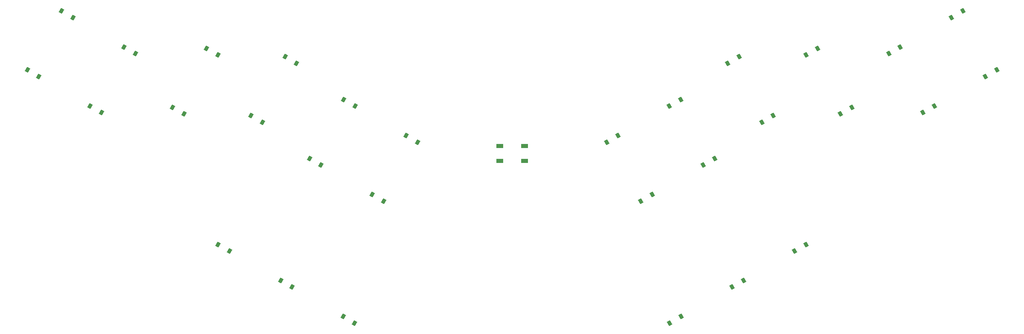
<source format=gbp>
%TF.GenerationSoftware,KiCad,Pcbnew,6.0.2+dfsg-1*%
%TF.CreationDate,2022-06-30T23:37:17+02:00*%
%TF.ProjectId,dragonwings_test,64726167-6f6e-4776-996e-67735f746573,v1.0.0*%
%TF.SameCoordinates,Original*%
%TF.FileFunction,Paste,Bot*%
%TF.FilePolarity,Positive*%
%FSLAX46Y46*%
G04 Gerber Fmt 4.6, Leading zero omitted, Abs format (unit mm)*
G04 Created by KiCad (PCBNEW 6.0.2+dfsg-1) date 2022-06-30 23:37:17*
%MOMM*%
%LPD*%
G01*
G04 APERTURE LIST*
G04 Aperture macros list*
%AMRotRect*
0 Rectangle, with rotation*
0 The origin of the aperture is its center*
0 $1 length*
0 $2 width*
0 $3 Rotation angle, in degrees counterclockwise*
0 Add horizontal line*
21,1,$1,$2,0,0,$3*%
G04 Aperture macros list end*
%ADD10RotRect,0.900000X1.200000X150.000000*%
%ADD11RotRect,0.900000X1.200000X210.000000*%
%ADD12R,1.800000X1.100000*%
G04 APERTURE END LIST*
D10*
%TO.C,D1*%
X91986655Y-131011533D03*
X89128771Y-129361533D03*
%TD*%
%TO.C,D10*%
X170840484Y-138432695D03*
X167982600Y-136782695D03*
%TD*%
D11*
%TO.C,D16*%
X330871228Y-129361533D03*
X328013344Y-131011533D03*
%TD*%
%TO.C,D18*%
X315282771Y-138361533D03*
X312424887Y-140011533D03*
%TD*%
%TO.C,D24*%
X260517399Y-151505127D03*
X257659515Y-153155127D03*
%TD*%
%TO.C,D25*%
X252017399Y-136782695D03*
X249159515Y-138432695D03*
%TD*%
D10*
%TO.C,D11*%
X177928942Y-162155127D03*
X175071058Y-160505127D03*
%TD*%
D11*
%TO.C,D17*%
X322371228Y-114639101D03*
X319513344Y-116289101D03*
%TD*%
D10*
%TO.C,D14*%
X155134713Y-183635889D03*
X152276829Y-181985889D03*
%TD*%
D11*
%TO.C,D26*%
X244928942Y-160505127D03*
X242071058Y-162155127D03*
%TD*%
%TO.C,D30*%
X252134713Y-190985889D03*
X249276829Y-192635889D03*
%TD*%
D10*
%TO.C,D6*%
X136663570Y-125628847D03*
X133805686Y-123978847D03*
%TD*%
%TO.C,D4*%
X116075113Y-125289101D03*
X113217229Y-123639101D03*
%TD*%
%TO.C,D2*%
X100486655Y-116289101D03*
X97628771Y-114639101D03*
%TD*%
%TO.C,D3*%
X107575113Y-140011533D03*
X104717229Y-138361533D03*
%TD*%
%TO.C,D15*%
X170723170Y-192635889D03*
X167865286Y-190985889D03*
%TD*%
%TO.C,D7*%
X147752027Y-142423076D03*
X144894143Y-140773076D03*
%TD*%
D11*
%TO.C,D29*%
X267723170Y-181985889D03*
X264865286Y-183635889D03*
%TD*%
D10*
%TO.C,D5*%
X128163570Y-140351279D03*
X125305686Y-138701279D03*
%TD*%
D11*
%TO.C,D22*%
X275105856Y-140773076D03*
X272247972Y-142423076D03*
%TD*%
%TO.C,D28*%
X283311627Y-172985889D03*
X280453743Y-174635889D03*
%TD*%
D10*
%TO.C,D9*%
X162340484Y-153155127D03*
X159482600Y-151505127D03*
%TD*%
D11*
%TO.C,D21*%
X286194313Y-123978847D03*
X283336429Y-125628847D03*
%TD*%
%TO.C,D23*%
X266605856Y-126050644D03*
X263747972Y-127700644D03*
%TD*%
%TO.C,D20*%
X294694313Y-138701279D03*
X291836429Y-140351279D03*
%TD*%
D10*
%TO.C,D8*%
X156252027Y-127700644D03*
X153394143Y-126050644D03*
%TD*%
%TO.C,D12*%
X186428942Y-147432695D03*
X183571058Y-145782695D03*
%TD*%
D11*
%TO.C,D27*%
X236428942Y-145782695D03*
X233571058Y-147432695D03*
%TD*%
%TO.C,D19*%
X306782771Y-123639101D03*
X303924887Y-125289101D03*
%TD*%
D10*
%TO.C,D13*%
X139546256Y-174635889D03*
X136688372Y-172985889D03*
%TD*%
D12*
%TO.C,B1*%
X213100000Y-148400000D03*
X206900000Y-148400000D03*
X213100000Y-152100000D03*
X206900000Y-152100000D03*
%TD*%
M02*

</source>
